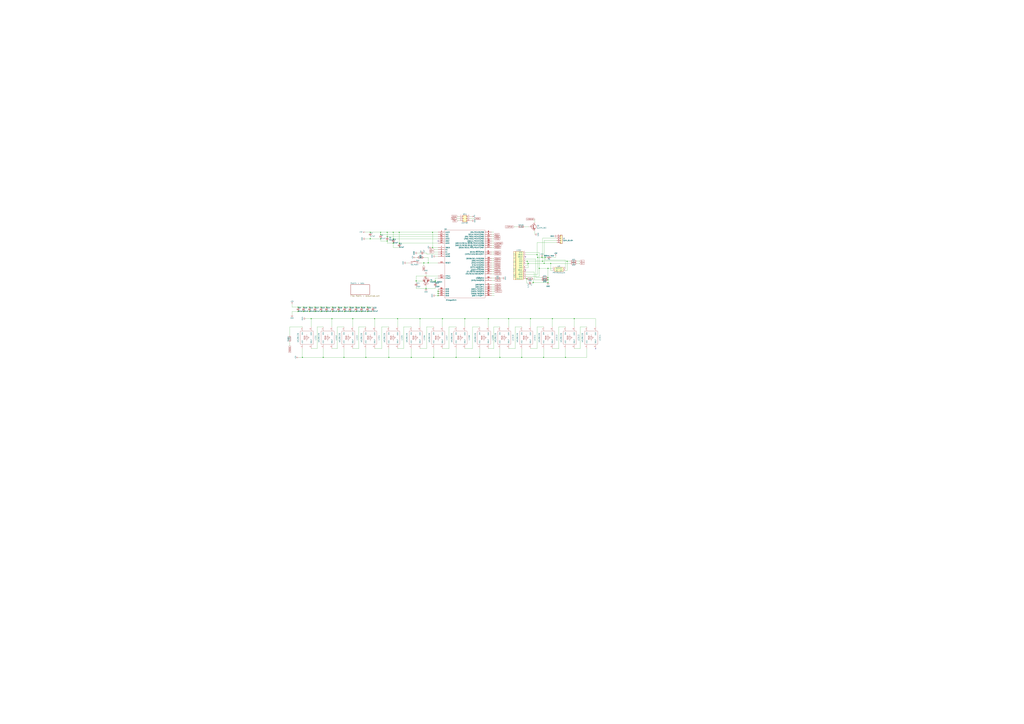
<source format=kicad_sch>
(kicad_sch (version 20230121) (generator eeschema)
  (paper "A0")
  (lib_symbols
    (symbol "Type-C:HRO-TYPE-C-31-M-12" (pin_names (offset 1.016))
      (property "Reference" "USB" (at -5.08 16.51 0))
      (property "Value" "HRO-TYPE-C-31-M-12" (at -10.16 -1.27 90))
      (symbol "HRO-TYPE-C-31-M-12_1_1"
        (pin input line (at 2.54 13.97 180) (length 2.54) (name "GND") (number "1"))
        (pin input line (at 2.54 -8.89 180) (length 2.54) (name "CC2") (number "10"))
        (pin input line (at 2.54 -11.43 180) (length 2.54) (name "VBUS") (number "11"))
        (pin input line (at 2.54 -13.97 180) (length 2.54) (name "GND") (number "12"))
        (pin input line (at 2.54 -16.51 180) (length 2.54) (name "SHIELD") (number "13"))
        (pin input line (at 2.54 11.43 180) (length 2.54) (name "VBUS") (number "2"))
        (pin input line (at 2.54 8.89 180) (length 2.54) (name "SBU2") (number "3"))
        (pin input line (at 2.54 6.35 180) (length 2.54) (name "CC1") (number "4"))
        (pin input line (at 2.54 3.81 180) (length 2.54) (name "DN2") (number "5"))
        (pin input line (at 2.54 1.27 180) (length 2.54) (name "DP1") (number "6"))
        (pin input line (at 2.54 -1.27 180) (length 2.54) (name "DN1") (number "7"))
        (pin input line (at 2.54 -3.81 180) (length 2.54) (name "DP2") (number "8"))
        (pin input line (at 2.54 -6.35 180) (length 2.54) (name "SBU1") (number "9"))
      )
    )
    (symbol "ai03-locallib:PRTR5V0U2X" (pin_names (offset 1.016))
      (property "Reference" "U" (at 0 3.81 0))
      (property "Value" "PRTR5V0U2X" (at 0 -3.81 0))
      (symbol "PRTR5V0U2X_1_1"
        (pin input line (at -7.62 1.27 0) (length 2.54) (name "GND") (number "1"))
        (pin input line (at -7.62 -1.27 0) (length 2.54) (name "IO1") (number "2"))
        (pin input line (at 7.62 -1.27 180) (length 2.54) (name "IO2") (number "3"))
        (pin input line (at 7.62 1.27 180) (length 2.54) (name "VCC") (number "4"))
      )
    )
    (symbol "cpm43-rescue:+5V-power" (power) (pin_names (offset 0))
      (property "Value" "+5V-power" (at 0 3.556 0))
      (symbol "+5V-power_1_1"
        (pin power_in line (at 0 0 90) (length 0) hide (name "+5V") (number "1"))
      )
    )
    (symbol "cpm43-rescue:ATmega32U4-atmel" (pin_names (offset 1.016))
      (property "Reference" "U" (at -22.86 43.18 0))
      (property "Value" "atmel:ATmega32U4" (at -16.51 -39.37 0))
      (symbol "ATmega32U4-atmel_1_1"
        (pin input line (at 30.48 -16.51 180) (length 7.62) (name "(INT6/AIN0)PE6") (number "1"))
        (pin input line (at 30.48 34.29 180) (length 7.62) (name "(PDI/MOSI/PCINT2)PB2") (number "10"))
        (pin input line (at 30.48 31.75 180) (length 7.62) (name "(PDO/MISO/PCINT3)PB3") (number "11"))
        (pin input line (at 30.48 21.59 180) (length 7.62) (name "(OC0A/OC1C/~{RTS}/PCINT7)PB7") (number "12"))
        (pin input line (at -31.75 3.81 0) (length 7.62) (name "RESET") (number "13"))
        (pin power_in line (at -31.75 36.83 0) (length 7.62) (name "VCC") (number "14"))
        (pin power_in line (at -31.75 -34.29 0) (length 7.62) (name "GND") (number "15"))
        (pin input line (at -31.75 -13.97 0) (length 7.62) (name "XTAL2") (number "16"))
        (pin input line (at -31.75 -11.43 0) (length 7.62) (name "XTAL1") (number "17"))
        (pin input line (at 30.48 8.89 180) (length 7.62) (name "(OC0B/SCL/INT0)PD0") (number "18"))
        (pin input line (at 30.48 6.35 180) (length 7.62) (name "(SDA/INT1)PD1") (number "19"))
        (pin input line (at -31.75 39.37 0) (length 7.62) (name "UVCC") (number "2"))
        (pin input line (at 30.48 3.81 180) (length 7.62) (name "(RXD/INT2)PD2") (number "20"))
        (pin input line (at 30.48 1.27 180) (length 7.62) (name "(TXD/INT3)PD3") (number "21"))
        (pin input line (at 30.48 -3.81 180) (length 7.62) (name "(XCK1/~{CTS})PD5") (number "22"))
        (pin power_in line (at -31.75 -31.75 0) (length 7.62) (name "GND") (number "23"))
        (pin power_in line (at -31.75 26.67 0) (length 7.62) (name "AVCC") (number "24"))
        (pin input line (at 30.48 -1.27 180) (length 7.62) (name "(ICP2/ADC8)PD4") (number "25"))
        (pin input line (at 30.48 -6.35 180) (length 7.62) (name "(T1/~{OC4D}/ADC9)PD6") (number "26"))
        (pin input line (at 30.48 -8.89 180) (length 7.62) (name "(T0/OC4D/ADC10)PD7") (number "27"))
        (pin input line (at 30.48 29.21 180) (length 7.62) (name "(ADC11/PCINT4)PB4") (number "28"))
        (pin input line (at 30.48 26.67 180) (length 7.62) (name "(ADC12/OC1A/~{OC4B}/PCINT12)PB5") (number "29"))
        (pin input line (at -31.75 16.51 0) (length 7.62) (name "D-") (number "3"))
        (pin input line (at 30.48 24.13 180) (length 7.62) (name "(ADC13/OC1B/OC4B/PCINT13)PB6") (number "30"))
        (pin input line (at 30.48 16.51 180) (length 7.62) (name "(OC3A/~{OC4A})PC6") (number "31"))
        (pin input line (at 30.48 13.97 180) (length 7.62) (name "(ICP3/CLK0/OC4A)PC7") (number "32"))
        (pin input line (at 30.48 -13.97 180) (length 7.62) (name "(~{HWB})PE2") (number "33"))
        (pin power_in line (at -31.75 34.29 0) (length 7.62) (name "VCC") (number "34"))
        (pin power_in line (at -31.75 -26.67 0) (length 7.62) (name "GND") (number "35"))
        (pin input line (at 30.48 -34.29 180) (length 7.62) (name "(ADC7/TDI)PF7") (number "36"))
        (pin input line (at 30.48 -31.75 180) (length 7.62) (name "(ADC6/TDO)PF6") (number "37"))
        (pin input line (at 30.48 -29.21 180) (length 7.62) (name "(ADC5/TMS)PF5") (number "38"))
        (pin input line (at 30.48 -26.67 180) (length 7.62) (name "(ADC4/TCK)PF4") (number "39"))
        (pin input line (at -31.75 19.05 0) (length 7.62) (name "D+") (number "4"))
        (pin input line (at 30.48 -24.13 180) (length 7.62) (name "(ADC1)PF1") (number "40"))
        (pin input line (at 30.48 -21.59 180) (length 7.62) (name "(ADC0)PF0") (number "41"))
        (pin input line (at -31.75 29.21 0) (length 7.62) (name "AREF") (number "42"))
        (pin power_in line (at -31.75 -29.21 0) (length 7.62) (name "GND") (number "43"))
        (pin power_in line (at -31.75 31.75 0) (length 7.62) (name "AVCC") (number "44"))
        (pin input line (at -31.75 11.43 0) (length 7.62) (name "UGND") (number "5"))
        (pin input line (at -31.75 13.97 0) (length 7.62) (name "UCAP") (number "6"))
        (pin input line (at -31.75 21.59 0) (length 7.62) (name "VBUS") (number "7"))
        (pin input line (at 30.48 39.37 180) (length 7.62) (name "(SS/PCINT0)PB0") (number "8"))
        (pin input line (at 30.48 36.83 180) (length 7.62) (name "(SCLK/PCINT1)PB1") (number "9"))
      )
    )
    (symbol "cpm43-rescue:C_Small-device" (pin_numbers hide) (pin_names (offset 0.254) hide)
      (property "Reference" "C" (at 0.254 1.778 0))
      (property "Value" "device:C_Small" (at 0.254 -2.032 0))
      (symbol "C_Small-device_1_1"
        (pin passive line (at 0 2.54 270) (length 2.032) (name "~") (number "1"))
        (pin passive line (at 0 -2.54 90) (length 2.032) (name "~") (number "2"))
      )
    )
    (symbol "cpm43-rescue:Conn_01x04-conn" (pin_names (offset 1.016) hide)
      (property "Reference" "J" (at 0 5.08 0))
      (property "Value" "conn:Conn_01x04" (at 0 -7.62 0))
      (symbol "Conn_01x04-conn_1_1"
        (pin passive line (at -5.08 2.54 0) (length 3.81) (name "Pin_1") (number "1"))
        (pin passive line (at -5.08 0 0) (length 3.81) (name "Pin_2") (number "2"))
        (pin passive line (at -5.08 -2.54 0) (length 3.81) (name "Pin_3") (number "3"))
        (pin passive line (at -5.08 -5.08 0) (length 3.81) (name "Pin_4") (number "4"))
      )
    )
    (symbol "cpm43-rescue:Conn_02x03_Odd_Even-conn" (pin_names (offset 1.016) hide)
      (property "Reference" "J" (at 1.27 5.08 0))
      (property "Value" "conn:Conn_02x03_Odd_Even" (at 1.27 -5.08 0))
      (symbol "Conn_02x03_Odd_Even-conn_1_1"
        (pin passive line (at -5.08 2.54 0) (length 3.81) (name "Pin_1") (number "1"))
        (pin passive line (at 7.62 2.54 180) (length 3.81) (name "Pin_2") (number "2"))
        (pin passive line (at -5.08 0 0) (length 3.81) (name "Pin_3") (number "3"))
        (pin passive line (at 7.62 0 180) (length 3.81) (name "Pin_4") (number "4"))
        (pin passive line (at -5.08 -2.54 0) (length 3.81) (name "Pin_5") (number "5"))
        (pin passive line (at 7.62 -2.54 180) (length 3.81) (name "Pin_6") (number "6"))
      )
    )
    (symbol "cpm43-rescue:Crystal_GND24-device" (pin_names (offset 1.016) hide)
      (property "Reference" "Y" (at 3.175 5.08 0))
      (property "Value" "device:Crystal_GND24" (at 3.175 3.175 0))
      (symbol "Crystal_GND24-device_1_1"
        (pin passive line (at -3.81 0 0) (length 1.27) (name "1") (number "1"))
        (pin passive line (at 0 5.08 270) (length 1.27) (name "2") (number "2"))
        (pin passive line (at 3.81 0 180) (length 1.27) (name "3") (number "3"))
        (pin passive line (at 0 -5.08 90) (length 1.27) (name "4") (number "4"))
      )
    )
    (symbol "cpm43-rescue:GND-power" (power) (pin_names (offset 0))
      (property "Value" "GND-power" (at 0 -3.81 0))
      (symbol "GND-power_1_1"
        (pin power_in line (at 0 0 270) (length 0) hide (name "GND") (number "1"))
      )
    )
    (symbol "cpm43-rescue:Polyfuse_Small-device" (pin_numbers hide) (pin_names (offset 0))
      (property "Reference" "F" (at -1.905 0 90))
      (property "Value" "device:Polyfuse_Small" (at 1.905 0 90))
      (symbol "Polyfuse_Small-device_1_1"
        (pin passive line (at 0 2.54 270) (length 0.635) (name "~") (number "1"))
        (pin passive line (at 0 -2.54 90) (length 0.635) (name "~") (number "2"))
      )
    )
    (symbol "cpm43-rescue:Q_NPN_BCE-device" (pin_names (offset 0) hide)
      (property "Reference" "Q" (at 5.08 1.27 0))
      (property "Value" "device:Q_NPN_BCE" (at 5.08 -1.27 0))
      (symbol "Q_NPN_BCE-device_1_1"
        (pin input line (at -5.08 0 0) (length 5.715) (name "B") (number "1"))
        (pin passive line (at 2.54 5.08 270) (length 2.54) (name "C") (number "2"))
        (pin passive line (at 2.54 -5.08 90) (length 2.54) (name "E") (number "3"))
      )
    )
    (symbol "cpm43-rescue:R-device" (pin_numbers hide) (pin_names (offset 0))
      (property "Reference" "R" (at 2.032 0 90))
      (property "Value" "device:R" (at 0 0 90))
      (symbol "R-device_1_1"
        (pin passive line (at 0 3.81 270) (length 1.27) (name "~") (number "1"))
        (pin passive line (at 0 -3.81 90) (length 1.27) (name "~") (number "2"))
      )
    )
    (symbol "cpm43-rescue:VCC-power" (power) (pin_names (offset 0))
      (property "Value" "VCC-power" (at 0 3.81 0))
      (symbol "VCC-power_1_1"
        (pin power_in line (at 0 0 90) (length 0) hide (name "VCC") (number "1"))
      )
    )
    (symbol "keyboard_parts:SW_PUSH" (pin_numbers hide) (pin_names (offset 1.016) hide)
      (property "Reference" "SW" (at 3.81 2.794 0))
      (property "Value" "SW_PUSH" (at 0 -2.032 0))
      (symbol "SW_PUSH_0_1"
        (pin passive inverted (at -7.62 0 0) (length 5.08) (name "1") (number "1"))
        (pin passive inverted (at 7.62 0 180) (length 5.08) (name "2") (number "2"))
      )
    )
    (symbol "ws2812b:WS2812B" (pin_names (offset 1.016))
      (property "Reference" "LED" (at 0 -10.16 0))
      (property "Value" "WS2812B" (at 0 10.16 0))
      (symbol "WS2812B_0_0"
        (text "RGB" (at 0 2.54 0) (effects (font (size 1.524 1.524))))
      )
      (symbol "WS2812B_1_1"
        (pin power_in line (at -12.7 5.08 0) (length 5.0038) (name "VCC") (number "1"))
        (pin output line (at -12.7 -5.08 0) (length 5.0038) (name "DOUT") (number "2"))
        (pin power_in line (at 12.7 -5.08 180) (length 5.0038) (name "GND") (number "3"))
        (pin input line (at 12.7 5.08 180) (length 5.0038) (name "DIN") (number "4"))
      )
    )
  )
  (junction (at 611.505 323.85))
  (junction (at 386.08 356.87))
  (junction (at 502.285 287.655))
  (junction (at 456.565 269.875))
  (junction (at 372.745 356.87))
  (junction (at 441.96 272.415))
  (junction (at 346.075 356.87))
  (junction (at 451.485 415.29))
  (junction (at 361.315 370.205))
  (junction (at 605.79 415.29))
  (junction (at 629.92 303.53))
  (junction (at 494.665 335.28))
  (junction (at 372.745 361.95))
  (junction (at 615.95 370.205))
  (junction (at 658.495 303.53))
  (junction (at 365.76 356.87))
  (junction (at 449.58 274.955))
  (junction (at 631.825 306.07))
  (junction (at 419.735 356.87))
  (junction (at 639.445 306.07))
  (junction (at 636.27 325.12))
  (junction (at 619.125 328.295))
  (junction (at 505.46 326.39))
  (junction (at 567.055 370.205))
  (junction (at 409.575 370.205))
  (junction (at 406.4 356.87))
  (junction (at 352.425 361.95))
  (junction (at 400.05 356.87))
  (junction (at 419.735 361.95))
  (junction (at 502.285 269.875))
  (junction (at 441.96 269.875))
  (junction (at 424.815 415.29))
  (junction (at 359.41 361.95))
  (junction (at 580.39 415.29))
  (junction (at 365.76 361.95))
  (junction (at 400.05 361.95))
  (junction (at 385.445 370.205))
  (junction (at 413.385 361.95))
  (junction (at 346.075 361.95))
  (junction (at 636.27 328.295))
  (junction (at 613.41 306.07))
  (junction (at 529.59 415.29))
  (junction (at 426.72 356.87))
  (junction (at 429.895 277.495))
  (junction (at 656.59 415.29))
  (junction (at 406.4 361.95))
  (junction (at 461.645 370.205))
  (junction (at 641.35 370.205))
  (junction (at 633.095 299.085))
  (junction (at 487.68 370.205))
  (junction (at 508.635 338.455))
  (junction (at 492.125 305.435))
  (junction (at 636.27 311.785))
  (junction (at 393.065 361.95))
  (junction (at 351.155 415.29))
  (junction (at 456.565 282.575))
  (junction (at 513.715 370.205))
  (junction (at 590.55 370.205))
  (junction (at 612.14 303.53))
  (junction (at 477.52 415.29))
  (junction (at 631.19 415.29))
  (junction (at 426.72 361.95))
  (junction (at 463.55 269.875))
  (junction (at 483.235 326.39))
  (junction (at 556.895 415.29))
  (junction (at 539.75 370.205))
  (junction (at 429.895 269.875))
  (junction (at 629.285 299.085))
  (junction (at 508.635 343.535))
  (junction (at 497.205 305.435))
  (junction (at 434.975 370.205))
  (junction (at 449.58 280.035))
  (junction (at 626.11 311.785))
  (junction (at 352.425 356.87))
  (junction (at 393.065 356.87))
  (junction (at 503.555 415.29))
  (junction (at 624.205 299.085))
  (junction (at 379.095 361.95))
  (junction (at 508.635 340.995))
  (junction (at 666.75 370.205))
  (junction (at 379.095 356.87))
  (junction (at 359.41 356.87))
  (junction (at 375.285 415.29))
  (junction (at 413.385 356.87))
  (junction (at 449.58 269.875))
  (junction (at 636.27 322.58))
  (junction (at 399.415 415.29))
  (junction (at 463.55 282.575))
  (junction (at 386.08 361.95))
  (junction (at 441.96 277.495))
  (junction (at 456.565 277.495))
  (junction (at 623.57 295.91))
  (no_connect (at 610.235 313.69))
  (no_connect (at 610.235 298.45))
  (no_connect (at 691.515 405.13))
  (no_connect (at 508.635 280.035))
  (wire (pts (xy 626.11 293.37) (xy 626.11 311.785)))
  (wire (pts (xy 429.895 277.495) (xy 429.895 274.955)))
  (wire (pts (xy 615.95 370.205) (xy 641.35 370.205)))
  (wire (pts (xy 547.37 256.54) (xy 546.1 256.54)))
  (wire (pts (xy 359.41 361.95) (xy 365.76 361.95)))
  (wire (pts (xy 613.41 306.07) (xy 631.825 306.07)))
  (wire (pts (xy 641.35 311.785) (xy 636.27 311.785)))
  (wire (pts (xy 570.865 272.415) (xy 573.405 272.415)))
  (wire (pts (xy 494.665 335.28) (xy 505.46 335.28)))
  (wire (pts (xy 487.68 294.005) (xy 484.505 294.005)))
  (wire (pts (xy 624.205 295.91) (xy 624.205 299.085)))
  (wire (pts (xy 610.235 318.77) (xy 624.205 318.77)))
  (wire (pts (xy 372.745 361.95) (xy 379.095 361.95)))
  (wire (pts (xy 505.46 326.39) (xy 505.46 328.295)))
  (wire (pts (xy 624.205 295.91) (xy 623.57 295.91)))
  (wire (pts (xy 434.975 379.73) (xy 434.975 370.205)))
  (wire (pts (xy 346.075 361.95) (xy 352.425 361.95)))
  (wire (pts (xy 570.865 269.875) (xy 573.405 269.875)))
  (wire (pts (xy 531.495 256.54) (xy 533.4 256.54)))
  (wire (pts (xy 424.815 415.29) (xy 451.485 415.29)))
  (wire (pts (xy 368.3 405.13) (xy 368.3 379.73)))
  (wire (pts (xy 508.635 323.215) (xy 505.46 323.215)))
  (wire (pts (xy 487.68 370.205) (xy 513.715 370.205)))
  (wire (pts (xy 443.23 379.73) (xy 443.23 405.13)))
  (wire (pts (xy 598.17 405.13) (xy 598.17 379.73)))
  (wire (pts (xy 573.405 379.73) (xy 580.39 379.73)))
  (wire (pts (xy 639.445 306.07) (xy 662.305 306.07)))
  (wire (pts (xy 570.865 274.955) (xy 573.405 274.955)))
  (wire (pts (xy 570.865 300.355) (xy 573.405 300.355)))
  (wire (pts (xy 406.4 361.95) (xy 413.385 361.95)))
  (wire (pts (xy 570.865 333.375) (xy 574.04 333.375)))
  (wire (pts (xy 636.27 311.785) (xy 626.11 311.785)))
  (wire (pts (xy 409.575 370.205) (xy 434.975 370.205)))
  (wire (pts (xy 495.3 379.73) (xy 503.555 379.73)))
  (wire (pts (xy 487.68 379.73) (xy 487.68 370.205)))
  (wire (pts (xy 441.96 277.495) (xy 429.895 277.495)))
  (wire (pts (xy 631.825 306.07) (xy 639.445 306.07)))
  (wire (pts (xy 656.59 314.325) (xy 658.495 314.325)))
  (wire (pts (xy 463.55 282.575) (xy 463.55 269.875)))
  (wire (pts (xy 419.735 361.95) (xy 426.72 361.95)))
  (wire (pts (xy 497.205 299.085) (xy 497.205 305.435)))
  (wire (pts (xy 477.52 415.29) (xy 503.555 415.29)))
  (wire (pts (xy 424.815 405.13) (xy 424.815 415.29)))
  (wire (pts (xy 570.865 292.735) (xy 573.405 292.735)))
  (wire (pts (xy 656.59 405.13) (xy 656.59 415.29)))
  (wire (pts (xy 613.41 311.15) (xy 613.41 306.07)))
  (wire (pts (xy 449.58 282.575) (xy 449.58 280.035)))
  (wire (pts (xy 399.415 405.13) (xy 399.415 415.29)))
  (wire (pts (xy 502.285 269.875) (xy 502.285 287.655)))
  (wire (pts (xy 530.225 254) (xy 533.4 254)))
  (wire (pts (xy 641.35 405.13) (xy 648.97 405.13)))
  (wire (pts (xy 529.59 415.29) (xy 556.895 415.29)))
  (wire (pts (xy 656.59 415.29) (xy 681.355 415.29)))
  (wire (pts (xy 605.79 415.29) (xy 631.19 415.29)))
  (wire (pts (xy 570.865 340.995) (xy 574.04 340.995)))
  (wire (pts (xy 629.92 276.86) (xy 629.92 303.53)))
  (wire (pts (xy 570.865 287.655) (xy 573.405 287.655)))
  (wire (pts (xy 508.635 297.815) (xy 505.46 297.815)))
  (wire (pts (xy 456.565 287.655) (xy 456.565 282.575)))
  (wire (pts (xy 548.64 379.73) (xy 556.895 379.73)))
  (wire (pts (xy 556.895 415.29) (xy 580.39 415.29)))
  (wire (pts (xy 468.63 379.73) (xy 477.52 379.73)))
  (wire (pts (xy 648.97 405.13) (xy 648.97 379.73)))
  (wire (pts (xy 620.395 316.23) (xy 620.395 325.12)))
  (wire (pts (xy 570.865 285.115) (xy 573.405 285.115)))
  (wire (pts (xy 626.11 311.785) (xy 626.11 321.31)))
  (wire (pts (xy 570.865 335.915) (xy 574.04 335.915)))
  (wire (pts (xy 483.235 326.39) (xy 483.235 328.295)))
  (wire (pts (xy 508.635 277.495) (xy 456.565 277.495)))
  (wire (pts (xy 621.03 268.605) (xy 621.03 272.415)))
  (wire (pts (xy 416.56 405.13) (xy 416.56 379.73)))
  (wire (pts (xy 621.03 258.445) (xy 621.03 254.635)))
  (wire (pts (xy 443.23 379.73) (xy 451.485 379.73)))
  (wire (pts (xy 656.59 302.26) (xy 633.095 302.26)))
  (wire (pts (xy 477.52 405.13) (xy 477.52 415.29)))
  (wire (pts (xy 463.55 287.655) (xy 456.565 287.655)))
  (wire (pts (xy 570.865 280.035) (xy 573.405 280.035)))
  (wire (pts (xy 508.635 272.415) (xy 441.96 272.415)))
  (wire (pts (xy 666.75 379.73) (xy 666.75 370.205)))
  (wire (pts (xy 400.05 361.95) (xy 406.4 361.95)))
  (wire (pts (xy 570.865 323.215) (xy 574.04 323.215)))
  (wire (pts (xy 416.56 379.73) (xy 424.815 379.73)))
  (wire (pts (xy 508.635 335.915) (xy 508.635 338.455)))
  (wire (pts (xy 346.71 415.29) (xy 351.155 415.29)))
  (wire (pts (xy 669.925 306.07) (xy 673.1 306.07)))
  (wire (pts (xy 548.64 405.13) (xy 548.64 379.73)))
  (wire (pts (xy 484.505 299.085) (xy 482.6 299.085)))
  (wire (pts (xy 365.76 361.95) (xy 372.745 361.95)))
  (wire (pts (xy 570.865 330.835) (xy 574.04 330.835)))
  (wire (pts (xy 413.385 361.95) (xy 419.735 361.95)))
  (wire (pts (xy 624.205 299.085) (xy 629.285 299.085)))
  (wire (pts (xy 570.865 302.895) (xy 573.405 302.895)))
  (wire (pts (xy 590.55 379.73) (xy 590.55 370.205)))
  (wire (pts (xy 495.3 405.13) (xy 495.3 379.73)))
  (wire (pts (xy 646.43 276.86) (xy 629.92 276.86)))
  (wire (pts (xy 636.27 322.58) (xy 636.27 311.785)))
  (wire (pts (xy 508.635 338.455) (xy 508.635 340.995)))
  (wire (pts (xy 508.635 343.535) (xy 505.46 343.535)))
  (wire (pts (xy 483.235 335.28) (xy 494.665 335.28)))
  (wire (pts (xy 570.865 315.595) (xy 573.405 315.595)))
  (wire (pts (xy 351.155 415.29) (xy 375.285 415.29)))
  (wire (pts (xy 449.58 280.035) (xy 441.96 280.035)))
  (wire (pts (xy 503.555 415.29) (xy 529.59 415.29)))
  (wire (pts (xy 590.55 405.13) (xy 598.17 405.13)))
  (wire (pts (xy 619.125 323.85) (xy 619.125 328.295)))
  (wire (pts (xy 631.825 279.4) (xy 631.825 306.07)))
  (wire (pts (xy 502.285 269.875) (xy 463.55 269.875)))
  (wire (pts (xy 351.155 405.13) (xy 351.155 415.29)))
  (wire (pts (xy 508.635 320.675) (xy 483.235 320.675)))
  (wire (pts (xy 505.46 335.28) (xy 505.46 333.375)))
  (wire (pts (xy 641.35 379.73) (xy 641.35 370.205)))
  (wire (pts (xy 386.08 361.95) (xy 393.065 361.95)))
  (wire (pts (xy 339.09 356.87) (xy 346.075 356.87)))
  (wire (pts (xy 666.75 405.13) (xy 673.735 405.13)))
  (wire (pts (xy 547.37 251.46) (xy 546.1 251.46)))
  (wire (pts (xy 361.315 405.13) (xy 368.3 405.13)))
  (wire (pts (xy 629.285 299.085) (xy 633.095 299.085)))
  (wire (pts (xy 495.3 294.005) (xy 492.76 294.005)))
  (wire (pts (xy 556.895 405.13) (xy 556.895 415.29)))
  (wire (pts (xy 483.235 333.375) (xy 483.235 335.28)))
  (wire (pts (xy 359.41 356.87) (xy 365.76 356.87)))
  (wire (pts (xy 529.59 405.13) (xy 529.59 415.29)))
  (wire (pts (xy 619.125 328.93) (xy 617.855 328.93)))
  (wire (pts (xy 612.775 328.93) (xy 611.505 328.93)))
  (wire (pts (xy 612.14 303.53) (xy 629.92 303.53)))
  (wire (pts (xy 631.19 415.29) (xy 656.59 415.29)))
  (wire (pts (xy 539.75 405.13) (xy 548.64 405.13)))
  (wire (pts (xy 539.75 370.205) (xy 567.055 370.205)))
  (wire (pts (xy 409.575 379.73) (xy 409.575 370.205)))
  (wire (pts (xy 351.155 379.73) (xy 336.55 379.73)))
  (wire (pts (xy 385.445 405.13) (xy 391.795 405.13)))
  (wire (pts (xy 488.95 305.435) (xy 492.125 305.435)))
  (wire (pts (xy 456.565 282.575) (xy 449.58 282.575)))
  (wire (pts (xy 492.125 305.435) (xy 497.205 305.435)))
  (wire (pts (xy 641.35 314.325) (xy 639.445 314.325)))
  (wire (pts (xy 658.495 314.325) (xy 658.495 303.53)))
  (wire (pts (xy 336.55 379.73) (xy 336.55 389.89)))
  (wire (pts (xy 623.57 379.73) (xy 631.19 379.73)))
  (wire (pts (xy 636.27 325.12) (xy 636.27 328.295)))
  (wire (pts (xy 346.075 356.87) (xy 352.425 356.87)))
  (wire (pts (xy 612.14 308.61) (xy 612.14 303.53)))
  (wire (pts (xy 622.3 322.58) (xy 622.3 300.99)))
  (wire (pts (xy 521.335 405.13) (xy 521.335 379.73)))
  (wire (pts (xy 393.065 356.87) (xy 400.05 356.87)))
  (wire (pts (xy 623.57 281.94) (xy 646.43 281.94)))
  (wire (pts (xy 441.96 269.875) (xy 441.96 272.415)))
  (wire (pts (xy 375.285 415.29) (xy 399.415 415.29)))
  (wire (pts (xy 508.635 295.275) (xy 495.3 295.275)))
  (wire (pts (xy 441.96 280.035) (xy 441.96 277.495)))
  (wire (pts (xy 615.95 405.13) (xy 623.57 405.13)))
  (wire (pts (xy 633.095 302.26) (xy 633.095 299.085)))
  (wire (pts (xy 681.355 405.13) (xy 681.355 415.29)))
  (wire (pts (xy 385.445 379.73) (xy 385.445 370.205)))
  (wire (pts (xy 379.095 356.87) (xy 386.08 356.87)))
  (wire (pts (xy 673.735 405.13) (xy 673.735 379.73)))
  (wire (pts (xy 508.635 282.575) (xy 463.55 282.575)))
  (wire (pts (xy 413.385 356.87) (xy 419.735 356.87)))
  (wire (pts (xy 368.3 379.73) (xy 375.285 379.73)))
  (wire (pts (xy 531.495 251.46) (xy 533.4 251.46)))
  (wire (pts (xy 468.63 405.13) (xy 468.63 379.73)))
  (wire (pts (xy 513.715 370.205) (xy 539.75 370.205)))
  (wire (pts (xy 570.865 310.515) (xy 573.405 310.515)))
  (wire (pts (xy 492.125 299.085) (xy 497.205 299.085)))
  (wire (pts (xy 372.745 356.87) (xy 379.095 356.87)))
  (wire (pts (xy 451.485 415.29) (xy 477.52 415.29)))
  (wire (pts (xy 451.485 405.13) (xy 451.485 415.29)))
  (wire (pts (xy 379.095 361.95) (xy 386.08 361.95)))
  (wire (pts (xy 610.235 293.37) (xy 626.11 293.37)))
  (wire (pts (xy 406.4 356.87) (xy 413.385 356.87)))
  (wire (pts (xy 673.735 379.73) (xy 681.355 379.73)))
  (wire (pts (xy 605.79 405.13) (xy 605.79 415.29)))
  (wire (pts (xy 449.58 269.875) (xy 441.96 269.875)))
  (wire (pts (xy 629.92 303.53) (xy 658.495 303.53)))
  (wire (pts (xy 361.315 370.205) (xy 385.445 370.205)))
  (wire (pts (xy 626.11 321.31) (xy 610.235 321.31)))
  (wire (pts (xy 504.19 292.735) (xy 508.635 292.735)))
  (wire (pts (xy 391.795 379.73) (xy 399.415 379.73)))
  (wire (pts (xy 611.505 323.85) (xy 610.235 323.85)))
  (wire (pts (xy 691.515 379.73) (xy 691.515 370.205)))
  (wire (pts (xy 580.39 405.13) (xy 580.39 415.29)))
  (wire (pts (xy 492.125 305.435) (xy 492.125 308.61)))
  (wire (pts (xy 570.865 343.535) (xy 574.04 343.535)))
  (wire (pts (xy 581.66 323.215) (xy 582.93 323.215)))
  (wire (pts (xy 658.495 303.53) (xy 662.305 303.53)))
  (wire (pts (xy 610.235 308.61) (xy 612.14 308.61)))
  (wire (pts (xy 570.865 295.275) (xy 573.405 295.275)))
  (wire (pts (xy 619.125 328.295) (xy 619.125 328.93)))
  (wire (pts (xy 495.3 295.275) (xy 495.3 294.005)))
  (wire (pts (xy 610.235 306.07) (xy 613.41 306.07)))
  (wire (pts (xy 494.665 321.31) (xy 494.665 318.77)))
  (wire (pts (xy 570.865 307.975) (xy 573.405 307.975)))
  (wire (pts (xy 473.71 305.435) (xy 471.805 305.435)))
  (wire (pts (xy 429.895 277.495) (xy 424.18 277.495)))
  (wire (pts (xy 610.235 311.15) (xy 613.41 311.15)))
  (wire (pts (xy 623.57 295.91) (xy 623.57 281.94)))
  (wire (pts (xy 461.645 379.73) (xy 461.645 370.205)))
  (wire (pts (xy 508.635 340.995) (xy 508.635 343.535)))
  (wire (pts (xy 449.58 274.955) (xy 449.58 269.875)))
  (wire (pts (xy 619.125 328.295) (xy 636.27 328.295)))
  (wire (pts (xy 666.75 370.205) (xy 691.515 370.205)))
  (wire (pts (xy 645.16 299.085) (xy 645.16 297.815)))
  (wire (pts (xy 352.425 361.95) (xy 359.41 361.95)))
  (wire (pts (xy 646.43 279.4) (xy 631.825 279.4)))
  (wire (pts (xy 636.27 322.58) (xy 636.27 325.12)))
  (wire (pts (xy 508.635 274.955) (xy 449.58 274.955)))
  (wire (pts (xy 631.19 405.13) (xy 631.19 415.29)))
  (wire (pts (xy 494.665 335.28) (xy 494.665 331.47)))
  (wire (pts (xy 628.65 322.58) (xy 622.3 322.58)))
  (wire (pts (xy 570.865 325.755) (xy 574.04 325.755)))
  (wire (pts (xy 391.795 405.13) (xy 391.795 379.73)))
  (wire (pts (xy 426.72 361.95) (xy 433.07 361.95)))
  (wire (pts (xy 502.285 287.655) (xy 501.015 287.655)))
  (wire (pts (xy 570.865 282.575) (xy 573.405 282.575)))
  (wire (pts (xy 567.055 370.205) (xy 590.55 370.205)))
  (wire (pts (xy 623.57 295.91) (xy 610.235 295.91)))
  (wire (pts (xy 639.445 314.325) (xy 639.445 306.07)))
  (wire (pts (xy 613.41 263.525) (xy 608.965 263.525)))
  (wire (pts (xy 487.68 405.13) (xy 495.3 405.13)))
  (wire (pts (xy 633.095 299.085) (xy 635 299.085)))
  (wire (pts (xy 456.565 269.875) (xy 449.58 269.875)))
  (wire (pts (xy 502.285 269.875) (xy 508.635 269.875)))
  (wire (pts (xy 598.17 379.73) (xy 605.79 379.73)))
  (wire (pts (xy 641.35 370.205) (xy 666.75 370.205)))
  (wire (pts (xy 615.95 379.73) (xy 615.95 370.205)))
  (wire (pts (xy 570.865 305.435) (xy 573.405 305.435)))
  (wire (pts (xy 429.895 269.875) (xy 424.18 269.875)))
  (wire (pts (xy 483.235 326.39) (xy 490.855 326.39)))
  (wire (pts (xy 656.59 311.785) (xy 656.59 302.26)))
  (wire (pts (xy 624.205 299.085) (xy 624.205 318.77)))
  (wire (pts (xy 461.645 370.205) (xy 487.68 370.205)))
  (wire (pts (xy 483.235 320.675) (xy 483.235 326.39)))
  (wire (pts (xy 463.55 269.875) (xy 456.565 269.875)))
  (wire (pts (xy 361.315 379.73) (xy 361.315 370.205)))
  (wire (pts (xy 426.72 356.87) (xy 433.07 356.87)))
  (wire (pts (xy 648.97 379.73) (xy 656.59 379.73)))
  (wire (pts (xy 399.415 415.29) (xy 424.815 415.29)))
  (wire (pts (xy 550.545 254) (xy 546.1 254)))
  (wire (pts (xy 580.39 415.29) (xy 605.79 415.29)))
  (wire (pts (xy 352.425 356.87) (xy 359.41 356.87)))
  (wire (pts (xy 336.55 397.51) (xy 336.55 401.32)))
  (wire (pts (xy 640.08 299.085) (xy 645.16 299.085)))
  (wire (pts (xy 623.57 405.13) (xy 623.57 379.73)))
  (wire (pts (xy 539.75 379.73) (xy 539.75 370.205)))
  (wire (pts (xy 385.445 370.205) (xy 409.575 370.205)))
  (wire (pts (xy 393.065 361.95) (xy 400.05 361.95)))
  (wire (pts (xy 505.46 323.215) (xy 505.46 326.39)))
  (wire (pts (xy 508.635 290.195) (xy 504.19 290.195)))
  (wire (pts (xy 570.865 313.055) (xy 573.405 313.055)))
  (wire (pts (xy 498.475 326.39) (xy 505.46 326.39)))
  (wire (pts (xy 508.635 287.655) (xy 502.285 287.655)))
  (wire (pts (xy 513.715 379.73) (xy 513.715 370.205)))
  (wire (pts (xy 521.335 379.73) (xy 529.59 379.73)))
  (wire (pts (xy 610.235 316.23) (xy 620.395 316.23)))
  (wire (pts (xy 611.505 328.93) (xy 611.505 323.85)))
  (wire (pts (xy 386.08 356.87) (xy 393.065 356.87)))
  (wire (pts (xy 461.645 405.13) (xy 468.63 405.13)))
  (wire (pts (xy 570.865 338.455) (xy 574.04 338.455)))
  (wire (pts (xy 590.55 370.205) (xy 615.95 370.205)))
  (wire (pts (xy 567.055 405.13) (xy 573.405 405.13)))
  (wire (pts (xy 441.96 269.875) (xy 429.895 269.875)))
  (wire (pts (xy 601.345 263.525) (xy 596.9 263.525)))
  (wire (pts (xy 434.975 370.205) (xy 461.645 370.205)))
  (wire (pts (xy 443.23 405.13) (xy 434.975 405.13)))
  (wire (pts (xy 339.09 356.87) (xy 339.09 353.695)))
  (wire (pts (xy 570.865 318.135) (xy 573.405 318.135)))
  (wire (pts (xy 354.965 370.205) (xy 361.315 370.205)))
  (wire (pts (xy 375.285 405.13) (xy 375.285 415.29)))
  (wire (pts (xy 570.865 277.495) (xy 573.405 277.495)))
  (wire (pts (xy 339.09 361.95) (xy 346.075 361.95)))
  (wire (pts (xy 610.235 300.99) (xy 622.3 300.99)))
  (wire (pts (xy 573.405 405.13) (xy 573.405 379.73)))
  (wire (pts (xy 365.76 356.87) (xy 372.745 356.87)))
  (wire (pts (xy 339.09 361.95) (xy 339.09 365.76)))
  (wire (pts (xy 400.05 356.87) (xy 406.4 356.87)))
  (wire (pts (xy 456.565 277.495) (xy 456.565 269.875)))
  (wire (pts (xy 497.205 305.435) (xy 508.635 305.435)))
  (wire (pts (xy 503.555 405.13) (xy 503.555 415.29)))
  (wire (pts (xy 669.925 303.53) (xy 673.1 303.53)))
  (wire (pts (xy 409.575 405.13) (xy 416.56 405.13)))
  (wire (pts (xy 419.735 356.87) (xy 426.72 356.87)))
  (wire (pts (xy 567.055 379.73) (xy 567.055 370.205)))
  (wire (pts (xy 620.395 325.12) (xy 628.65 325.12)))
  (wire (pts (xy 610.235 303.53) (xy 612.14 303.53)))
  (wire (pts (xy 513.715 405.13) (xy 521.335 405.13)))
  (global_label "MISO" (shape input) (at 573.405 277.495 0) (effects (font (size 1.2954 1.2954))) (property "Intersheetrefs" "${INTERSHEET_REFS}" (effects hide)))
  (global_label "COL3" (shape input) (at 574.04 325.755 0) (effects (font (size 1.2954 1.2954))) (property "Intersheetrefs" "${INTERSHEET_REFS}" (effects hide)))
  (global_label "ROW3" (shape input) (at 573.405 300.355 0) (effects (font (size 1.2954 1.2954))) (property "Intersheetrefs" "${INTERSHEET_REFS}" (effects hide)))
  (global_label "COL2" (shape input) (at 574.04 335.915 0) (effects (font (size 1.2954 1.2954))) (property "Intersheetrefs" "${INTERSHEET_REFS}" (effects hide)))
  (global_label "COL5" (shape input) (at 573.405 305.435 0) (effects (font (size 1.2954 1.2954))) (property "Intersheetrefs" "${INTERSHEET_REFS}" (effects hide)))
  (global_label "D-" (shape input) (at 504.19 292.735 180) (effects (font (size 1.2954 1.2954))) (property "Intersheetrefs" "${INTERSHEET_REFS}" (effects hide)))
  (global_label "LEDPWM" (shape input) (at 596.9 263.525 180) (effects (font (size 1.2954 1.2954))) (property "Intersheetrefs" "${INTERSHEET_REFS}" (effects hide)))
  (global_label "ROW2" (shape input) (at 573.405 295.275 0) (effects (font (size 1.2954 1.2954))) (property "Intersheetrefs" "${INTERSHEET_REFS}" (effects hide)))
  (global_label "D+" (shape input) (at 673.1 306.07 0) (effects (font (size 1.2954 1.2954))) (property "Intersheetrefs" "${INTERSHEET_REFS}" (effects hide)))
  (global_label "D+" (shape input) (at 504.19 290.195 180) (effects (font (size 1.2954 1.2954))) (property "Intersheetrefs" "${INTERSHEET_REFS}" (effects hide)))
  (global_label "MOSI" (shape input) (at 550.545 254 0) (effects (font (size 1.2954 1.2954))) (property "Intersheetrefs" "${INTERSHEET_REFS}" (effects hide)))
  (global_label "MOSI" (shape input) (at 573.405 274.955 0) (effects (font (size 1.2954 1.2954))) (property "Intersheetrefs" "${INTERSHEET_REFS}" (effects hide)))
  (global_label "LEDPWM" (shape input) (at 573.405 282.575 0) (effects (font (size 1.2954 1.2954))) (property "Intersheetrefs" "${INTERSHEET_REFS}" (effects hide)))
  (global_label "COL11" (shape input) (at 574.04 338.455 0) (effects (font (size 1.2954 1.2954))) (property "Intersheetrefs" "${INTERSHEET_REFS}" (effects hide)))
  (global_label "SCK" (shape input) (at 530.225 254 180) (effects (font (size 1.2954 1.2954))) (property "Intersheetrefs" "${INTERSHEET_REFS}" (effects hide)))
  (global_label "COL6" (shape input) (at 573.405 307.975 0) (effects (font (size 1.2954 1.2954))) (property "Intersheetrefs" "${INTERSHEET_REFS}" (effects hide)))
  (global_label "ROW1" (shape input) (at 573.405 292.735 0) (effects (font (size 1.2954 1.2954))) (property "Intersheetrefs" "${INTERSHEET_REFS}" (effects hide)))
  (global_label "RST" (shape input) (at 492.125 308.61 270) (effects (font (size 1.2954 1.2954))) (property "Intersheetrefs" "${INTERSHEET_REFS}" (effects hide)))
  (global_label "COL1" (shape input) (at 574.04 333.375 0) (effects (font (size 1.2954 1.2954))) (property "Intersheetrefs" "${INTERSHEET_REFS}" (effects hide)))
  (global_label "COL7" (shape input) (at 573.405 313.055 0) (effects (font (size 1.2954 1.2954))) (property "Intersheetrefs" "${INTERSHEET_REFS}" (effects hide)))
  (global_label "COL4" (shape input) (at 573.405 302.895 0) (effects (font (size 1.2954 1.2954))) (property "Intersheetrefs" "${INTERSHEET_REFS}" (effects hide)))
  (global_label "COL0" (shape input) (at 574.04 330.835 0) (effects (font (size 1.2954 1.2954))) (property "Intersheetrefs" "${INTERSHEET_REFS}" (effects hide)))
  (global_label "ROW0" (shape input) (at 573.405 287.655 0) (effects (font (size 1.2954 1.2954))) (property "Intersheetrefs" "${INTERSHEET_REFS}" (effects hide)))
  (global_label "RGBIN" (shape input) (at 336.55 401.32 270) (effects (font (size 1.2954 1.2954))) (property "Intersheetrefs" "${INTERSHEET_REFS}" (effects hide)))
  (global_label "RST" (shape input) (at 531.495 256.54 180) (effects (font (size 1.2954 1.2954))) (property "Intersheetrefs" "${INTERSHEET_REFS}" (effects hide)))
  (global_label "COL10" (shape input) (at 573.405 318.135 0) (effects (font (size 1.2954 1.2954))) (property "Intersheetrefs" "${INTERSHEET_REFS}" (effects hide)))
  (global_label "D-" (shape input) (at 673.1 303.53 0) (effects (font (size 1.2954 1.2954))) (property "Intersheetrefs" "${INTERSHEET_REFS}" (effects hide)))
  (global_label "COL9" (shape input) (at 573.405 315.595 0) (effects (font (size 1.2954 1.2954))) (property "Intersheetrefs" "${INTERSHEET_REFS}" (effects hide)))
  (global_label "COL8" (shape input) (at 573.405 310.515 0) (effects (font (size 1.2954 1.2954))) (property "Intersheetrefs" "${INTERSHEET_REFS}" (effects hide)))
  (global_label "RGBIN" (shape input) (at 573.405 285.115 0) (effects (font (size 1.2954 1.2954))) (property "Intersheetrefs" "${INTERSHEET_REFS}" (effects hide)))
  (global_label "SCK" (shape input) (at 573.405 272.415 0) (effects (font (size 1.2954 1.2954))) (property "Intersheetrefs" "${INTERSHEET_REFS}" (effects hide)))
  (global_label "LEDGND" (shape input) (at 621.03 254.635 180) (effects (font (size 1.2954 1.2954))) (property "Intersheetrefs" "${INTERSHEET_REFS}" (effects hide)))
  (global_label "MISO" (shape input) (at 531.495 251.46 180) (effects (font (size 1.2954 1.2954))) (property "Intersheetrefs" "${INTERSHEET_REFS}" (effects hide)))
  (symbol (lib_id "cpm43-rescue:C_Small-device") (at 483.235 330.835 0) (unit 1)
    (property "Reference" "XC1" (at 483.489 329.057 0) (effects (justify left)))
    (property "Value" "22pF" (at 483.489 332.867 0) (effects (justify left)))
    (property "Footprint" "Capacitors_SMD:C_0805_HandSoldering" (effects hide))
  )
  (symbol (lib_id "cpm43-rescue:C_Small-device") (at 505.46 330.835 0) (unit 1)
    (property "Reference" "XC2" (at 505.714 329.057 0) (effects (justify left)))
    (property "Value" "22pF" (at 505.714 332.867 0) (effects (justify left)))
    (property "Footprint" "Capacitors_SMD:C_0805_HandSoldering" (effects hide))
  )
  (symbol (lib_id "cpm43-rescue:GND-power") (at 494.665 335.28 0) (unit 1)
    (property "Reference" "#PWR01" (effects hide))
    (property "Value" "GND" (at 494.665 339.09 0))
  )
  (symbol (lib_id "cpm43-rescue:C_Small-device") (at 463.55 285.115 0) (unit 1)
    (property "Reference" "C2" (at 463.804 283.337 0) (effects (justify left)))
    (property "Value" "0.1uF" (at 463.804 287.147 0) (effects (justify left)))
    (property "Footprint" "Capacitors_SMD:C_0805_HandSoldering" (effects hide))
  )
  (symbol (lib_id "cpm43-rescue:C_Small-device") (at 456.565 280.035 0) (unit 1)
    (property "Reference" "C3" (at 456.819 278.257 0) (effects (justify left)))
    (property "Value" "0.1uF" (at 456.819 282.067 0) (effects (justify left)))
    (property "Footprint" "Capacitors_SMD:C_0805_HandSoldering" (effects hide))
  )
  (symbol (lib_id "cpm43-rescue:C_Small-device") (at 429.895 272.415 0) (unit 1)
    (property "Reference" "C4" (at 430.149 270.637 0) (effects (justify left)))
    (property "Value" "4.7uF" (at 430.149 274.447 0) (effects (justify left)))
    (property "Footprint" "Capacitors_SMD:C_0805_HandSoldering" (effects hide))
  )
  (symbol (lib_id "cpm43-rescue:C_Small-device") (at 441.96 274.955 0) (unit 1)
    (property "Reference" "C5" (at 442.214 273.177 0) (effects (justify left)))
    (property "Value" "0.1uF" (at 442.214 276.987 0) (effects (justify left)))
    (property "Footprint" "Capacitors_SMD:C_0805_HandSoldering" (effects hide))
  )
  (symbol (lib_id "keyboard_parts:SW_PUSH") (at 481.33 305.435 0) (unit 1)
    (property "Reference" "SW1" (at 485.14 302.641 0))
    (property "Value" "SW_PUSH" (at 481.33 307.467 0))
    (property "Footprint" "Keebio-Parts:CandK_6x6mm_Tactile" (effects hide))
  )
  (symbol (lib_id "cpm43-rescue:ATmega32U4-atmel") (at 540.385 309.245 0) (unit 1)
    (property "Reference" "U1" (at 517.525 266.065 0))
    (property "Value" "ATmega32U4" (at 523.875 348.615 0))
    (property "Footprint" "keyboard_parts:QFP44" (effects hide))
  )
  (symbol (lib_id "cpm43-rescue:R-device") (at 488.315 299.085 90) (unit 1)
    (property "Reference" "R1" (at 488.315 297.053 90))
    (property "Value" "10k" (at 488.315 299.085 90))
    (property "Footprint" "Keebio-Parts:Resistor-Hybrid-Back" (effects hide))
  )
  (symbol (lib_id "cpm43-rescue:GND-power") (at 471.805 305.435 270) (unit 1)
    (property "Reference" "#PWR03" (effects hide))
    (property "Value" "GND" (at 467.995 305.435 0))
  )
  (symbol (lib_id "cpm43-rescue:R-device") (at 577.85 323.215 90) (unit 1)
    (property "Reference" "R2" (at 577.85 321.183 90))
    (property "Value" "10k" (at 577.85 323.215 90))
    (property "Footprint" "Keebio-Parts:Resistor-Hybrid-Back" (effects hide))
  )
  (symbol (lib_id "cpm43-rescue:GND-power") (at 582.93 323.215 90) (unit 1)
    (property "Reference" "#PWR04" (effects hide))
    (property "Value" "GND" (at 586.74 323.215 0))
  )
  (symbol (lib_id "Type-C:HRO-TYPE-C-31-M-12") (at 607.695 307.34 0) (unit 1)
    (property "Reference" "USB1" (at 602.615 290.83 0) (effects (font (size 1.524 1.524))))
    (property "Value" "HRO-TYPE-C-31-M-12" (at 597.535 308.61 90) (effects (font (size 1.524 1.524))))
    (property "Footprint" "Type-C:HRO-TYPE-C-31-M-12-HandSoldering" (effects hide))
  )
  (symbol (lib_id "cpm43-rescue:Polyfuse_Small-device") (at 637.54 299.085 90) (unit 1)
    (property "Reference" "F1" (at 637.54 300.99 90))
    (property "Value" "500mA Hold" (at 637.54 297.18 90))
    (property "Footprint" "Fuse_Holders_and_Fuses:Fuse_SMD1206_HandSoldering" (effects hide))
  )
  (symbol (lib_id "cpm43-rescue:+5V-power") (at 645.16 297.815 0) (unit 1)
    (property "Reference" "#PWR05" (effects hide))
    (property "Value" "+5V" (at 645.16 294.259 0))
  )
  (symbol (lib_id "cpm43-rescue:VCC-power") (at 629.285 299.085 0) (unit 1)
    (property "Reference" "#PWR06" (effects hide))
    (property "Value" "VCC" (at 629.285 295.275 0))
  )
  (symbol (lib_id "cpm43-rescue:R-device") (at 666.115 303.53 90) (unit 1)
    (property "Reference" "UR1" (at 666.115 301.498 90))
    (property "Value" "22" (at 666.115 303.53 90))
    (property "Footprint" "Resistors_SMD:R_0805_HandSoldering" (effects hide))
  )
  (symbol (lib_id "cpm43-rescue:R-device") (at 666.115 306.07 270) (unit 1)
    (property "Reference" "UR2" (at 666.115 308.102 90))
    (property "Value" "22" (at 666.115 306.07 90))
    (property "Footprint" "Resistors_SMD:R_0805_HandSoldering" (effects hide))
  )
  (symbol (lib_id "cpm43-rescue:R-device") (at 632.46 322.58 90) (unit 1)
    (property "Reference" "UR4" (at 632.46 320.548 90))
    (property "Value" "5.1k" (at 632.46 322.58 90))
    (property "Footprint" "Resistors_SMD:R_0805_HandSoldering" (effects hide))
  )
  (symbol (lib_id "cpm43-rescue:R-device") (at 632.46 325.12 270) (unit 1)
    (property "Reference" "UR3" (at 632.46 327.152 90))
    (property "Value" "5.1k" (at 632.46 325.12 90))
    (property "Footprint" "Resistors_SMD:R_0805_HandSoldering" (effects hide))
  )
  (symbol (lib_id "cpm43-rescue:GND-power") (at 424.18 277.495 270) (unit 1)
    (property "Reference" "#PWR09" (effects hide))
    (property "Value" "GND" (at 420.37 277.495 0))
  )
  (symbol (lib_id "cpm43-rescue:+5V-power") (at 501.015 287.655 90) (unit 1)
    (property "Reference" "#PWR010" (effects hide))
    (property "Value" "+5V" (at 497.459 287.655 0))
  )
  (symbol (lib_id "ai03-locallib:PRTR5V0U2X") (at 648.97 313.055 0) (unit 1)
    (property "Reference" "U2" (at 648.97 309.245 0) (effects (font (size 1.524 1.524))))
    (property "Value" "PRTR5V0U2X" (at 648.97 316.865 0) (effects (font (size 1.524 1.524))))
    (property "Footprint" "Nexperia:SOT143B" (effects hide))
  )
  (symbol (lib_id "cpm43-rescue:C_Small-device") (at 490.22 294.005 90) (unit 1)
    (property "Reference" "C6" (at 488.442 293.751 0) (effects (justify left)))
    (property "Value" "1uF" (at 492.252 293.751 0) (effects (justify left)))
    (property "Footprint" "Capacitors_SMD:C_0805_HandSoldering" (effects hide))
  )
  (symbol (lib_id "cpm43-rescue:GND-power") (at 484.505 294.005 270) (unit 1)
    (property "Reference" "#PWR011" (effects hide))
    (property "Value" "GND" (at 480.695 294.005 0))
  )
  (symbol (lib_id "cpm43-rescue:GND-power") (at 505.46 297.815 270) (unit 1)
    (property "Reference" "#PWR012" (effects hide))
    (property "Value" "GND" (at 501.65 297.815 0))
  )
  (symbol (lib_id "cpm43-rescue:R-device") (at 615.315 323.85 270) (unit 1)
    (property "Reference" "UR5" (at 615.315 325.882 90))
    (property "Value" "1M" (at 615.315 323.85 90))
    (property "Footprint" "Resistors_SMD:R_0805_HandSoldering" (effects hide))
  )
  (symbol (lib_id "cpm43-rescue:C_Small-device") (at 615.315 328.93 270) (unit 1)
    (property "Reference" "C7" (at 617.093 329.184 0) (effects (justify left)))
    (property "Value" "4.7uF" (at 613.283 329.184 0) (effects (justify left)))
    (property "Footprint" "Capacitors_SMD:C_0805_HandSoldering" (effects hide))
  )
  (symbol (lib_id "cpm43-rescue:GND-power") (at 505.46 343.535 270) (unit 1)
    (property "Reference" "#PWR013" (effects hide))
    (property "Value" "GND" (at 501.65 343.535 0))
  )
  (symbol (lib_id "cpm43-rescue:Crystal_GND24-device") (at 494.665 326.39 0) (unit 1)
    (property "Reference" "X1" (at 499.5164 325.2216 0) (effects (justify left)))
    (property "Value" "Crystal_GND24" (at 499.5164 327.533 0) (effects (justify left)))
    (property "Footprint" "Crystals:Crystal_SMD_3225-4pin_3.2x2.5mm_HandSoldering" (effects hide))
  )
  (symbol (lib_id "cpm43-rescue:GND-power") (at 494.665 318.77 180) (unit 1)
    (property "Reference" "#PWR0103" (effects hide))
    (property "Value" "GND" (at 494.538 314.3758 0))
  )
  (symbol (lib_id "cpm43-rescue:Q_NPN_BCE-device") (at 618.49 263.525 0) (unit 1)
    (property "Reference" "Q1" (at 623.57 262.255 0) (effects (justify left)))
    (property "Value" "Q_NPN_BCE" (at 623.57 264.795 0) (effects (justify left)))
    (property "Footprint" "TO_SOT_Packages_SMD:SOT-223-3_TabPin2" (effects hide))
  )
  (symbol (lib_id "cpm43-rescue:R-device") (at 605.155 263.525 90) (unit 1)
    (property "Reference" "NPNR1" (at 605.155 261.493 90))
    (property "Value" "1.5k" (at 605.155 263.525 90))
    (property "Footprint" "Keebio-Parts:Resistor-Hybrid-Back" (effects hide))
  )
  (symbol (lib_id "cpm43-rescue:GND-power") (at 621.03 272.415 90) (unit 1)
    (property "Reference" "#PWR014" (effects hide))
    (property "Value" "GND" (at 624.84 272.415 0))
  )
  (symbol (lib_id "ws2812b:WS2812B") (at 356.235 392.43 90) (unit 1)
    (property "Reference" "LED1" (at 366.395 392.43 0) (effects (font (size 1.524 1.524))))
    (property "Value" "WS2812B" (at 346.075 392.43 0) (effects (font (size 1.524 1.524))))
    (property "Footprint" "WS2812B:WS2812B" (effects hide))
  )
  (symbol (lib_id "ws2812b:WS2812B") (at 380.365 392.43 90) (unit 1)
    (property "Reference" "LED2" (at 390.525 392.43 0) (effects (font (size 1.524 1.524))))
    (property "Value" "WS2812B" (at 370.205 392.43 0) (effects (font (size 1.524 1.524))))
    (property "Footprint" "WS2812B:WS2812B" (effects hide))
  )
  (symbol (lib_id "ws2812b:WS2812B") (at 404.495 392.43 90) (unit 1)
    (property "Reference" "LED3" (at 414.655 392.43 0) (effects (font (size 1.524 1.524))))
    (property "Value" "WS2812B" (at 394.335 392.43 0) (effects (font (size 1.524 1.524))))
    (property "Footprint" "WS2812B:WS2812B" (effects hide))
  )
  (symbol (lib_id "ws2812b:WS2812B") (at 429.895 392.43 90) (unit 1)
    (property "Reference" "LED4" (at 440.055 392.43 0) (effects (font (size 1.524 1.524))))
    (property "Value" "WS2812B" (at 419.735 392.43 0) (effects (font (size 1.524 1.524))))
    (property "Footprint" "WS2812B:WS2812B" (effects hide))
  )
  (symbol (lib_id "ws2812b:WS2812B") (at 456.565 392.43 90) (unit 1)
    (property "Reference" "LED5" (at 466.725 392.43 0) (effects (font (size 1.524 1.524))))
    (property "Value" "WS2812B" (at 446.405 392.43 0) (effects (font (size 1.524 1.524))))
    (property "Footprint" "WS2812B:WS2812B" (effects hide))
  )
  (symbol (lib_id "ws2812b:WS2812B") (at 482.6 392.43 90) (unit 1)
    (property "Reference" "LED6" (at 492.76 392.43 0) (effects (font (size 1.524 1.524))))
    (property "Value" "WS2812B" (at 472.44 392.43 0) (effects (font (size 1.524 1.524))))
    (property "Footprint" "WS2812B:WS2812B" (effects hide))
  )
  (symbol (lib_id "ws2812b:WS2812B") (at 508.635 392.43 90) (unit 1)
    (property "Reference" "LED7" (at 518.795 392.43 0) (effects (font (size 1.524 1.524))))
    (property "Value" "WS2812B" (at 498.475 392.43 0) (effects (font (size 1.524 1.524))))
    (property "Footprint" "WS2812B:WS2812B" (effects hide))
  )
  (symbol (lib_id "ws2812b:WS2812B") (at 534.67 392.43 90) (unit 1)
    (property "Reference" "LED8" (at 544.83 392.43 0) (effects (font (size 1.524 1.524))))
    (property "Value" "WS2812B" (at 524.51 392.43 0) (effects (font (size 1.524 1.524))))
    (property "Footprint" "WS2812B:WS2812B" (effects hide))
  )
  (symbol (lib_id "ws2812b:WS2812B") (at 561.975 392.43 90) (unit 1)
    (property "Reference" "LED9" (at 572.135 392.43 0) (effects (font (size 1.524 1.524))))
    (property "Value" "WS2812B" (at 551.815 392.43 0) (effects (font (size 1.524 1.524))))
    (property "Footprint" "WS2812B:WS2812B" (effects hide))
  )
  (symbol (lib_id "ws2812b:WS2812B") (at 585.47 392.43 90) (unit 1)
    (property "Reference" "LED10" (at 595.63 392.43 0) (effects (font (size 1.524 1.524))))
    (property "Value" "WS2812B" (at 575.31 392.43 0) (effects (font (size 1.524 1.524))))
    (property "Footprint" "WS2812B:WS2812B" (effects hide))
  )
  (symbol (lib_id "ws2812b:WS2812B") (at 610.87 392.43 90) (unit 1)
    (property "Reference" "LED11" (at 621.03 392.43 0) (effects (font (size 1.524 1.524))))
    (property "Value" "WS2812B" (at 600.71 392.43 0) (effects (font (size 1.524 1.524))))
    (property "Footprint" "WS2812B:WS2812B" (effects hide))
  )
  (symbol (lib_id "ws2812b:WS2812B") (at 636.27 392.43 90) (unit 1)
    (property "Reference" "LED12" (at 646.43 392.43 0) (effects (font (size 1.524 1.524))))
    (property "Value" "WS2812B" (at 626.11 392.43 0) (effects (font (size 1.524 1.524))))
    (property "Footprint" "WS2812B:WS2812B" (effects hide))
  )
  (symbol (lib_id "ws2812b:WS2812B") (at 661.67 392.43 90) (unit 1)
    (property "Reference" "LED13" (at 671.83 392.43 0) (effects (font (size 1.524 1.524))))
    (property "Value" "WS2812B" (at 651.51 392.43 0) (effects (font (size 1.524 1.524))))
    (property "Footprint" "WS2812B:WS2812B" (effects hide))
  )
  (symbol (lib_id "ws2812b:WS2812B") (at 686.435 392.43 90) (unit 1)
    (property "Reference" "LED14" (at 696.595 392.43 0) (effects (font (size 1.524 1.524))))
    (property "Value" "WS2812B" (at 676.275 392.43 0) (effects (font (size 1.524 1.524))))
    (property "Footprint" "WS2812B:WS2812B" (effects hide))
  )
  (symbol (lib_id "cpm43-rescue:R-device") (at 336.55 393.7 180) (unit 1)
    (property "Reference" "RGBR1" (at 334.518 393.7 90))
    (property "Value" "470" (at 336.55 393.7 90))
    (property "Footprint" "Keebio-Parts:Resistor-Hybrid-Back" (effects hide))
  )
  (symbol (lib_id "cpm43-rescue:GND-power") (at 354.965 370.205 270) (unit 1)
    (property "Reference" "#PWR015" (effects hide))
    (property "Value" "GND" (at 351.155 370.205 0))
  )
  (symbol (lib_id "cpm43-rescue:+5V-power") (at 346.71 415.29 90) (unit 1)
    (property "Reference" "#PWR016" (effects hide))
    (property "Value" "+5V" (at 343.154 415.29 0))
  )
  (symbol (lib_id "cpm43-rescue:Conn_02x03_Odd_Even-conn") (at 538.48 254 0) (unit 1)
    (property "Reference" "SPI1" (at 539.75 248.92 0))
    (property "Value" "2x3 SPI" (at 539.75 259.08 0))
    (property "Footprint" "keyboard_parts:Pin_Header_Straight_2x03_Pitch1.27mm" (effects hide))
  )
  (symbol (lib_id "cpm43-rescue:GND-power") (at 547.37 256.54 90) (unit 1)
    (property "Reference" "#PWR017" (effects hide))
    (property "Value" "GND" (at 551.18 256.54 0))
  )
  (symbol (lib_id "cpm43-rescue:+5V-power") (at 547.37 251.46 270) (unit 1)
    (property "Reference" "#PWR018" (effects hide))
    (property "Value" "+5V" (at 550.926 251.46 0))
  )
  (symbol (lib_id "cpm43-rescue:C_Small-device") (at 346.075 359.41 0) (unit 1)
    (property "Reference" "C9" (at 346.329 357.632 0) (effects (justify left)))
    (property "Value" "0.1uF" (at 346.329 361.442 0) (effects (justify left)))
    (property "Footprint" "Capacitors_SMD:C_0805_HandSoldering" (effects hide))
  )
  (symbol (lib_id "cpm43-rescue:C_Small-device") (at 352.425 359.41 0) (unit 1)
    (property "Reference" "C10" (at 352.679 357.632 0) (effects (justify left)))
    (property "Value" "0.1uF" (at 352.679 361.442 0) (effects (justify left)))
    (property "Footprint" "Capacitors_SMD:C_0805_HandSoldering" (effects hide))
  )
  (symbol (lib_id "cpm43-rescue:C_Small-device") (at 359.41 359.41 0) (unit 1)
    (property "Reference" "C11" (at 359.664 357.632 0) (effects (justify left)))
    (property "Value" "0.1uF" (at 359.664 361.442 0) (effects (justify left)))
    (property "Footprint" "Capacitors_SMD:C_0805_HandSoldering" (effects hide))
  )
  (symbol (lib_id "cpm43-rescue:C_Small-device") (at 365.76 359.41 0) (unit 1)
    (property "Reference" "C12" (at 366.014 357.632 0) (effects (justify left)))
    (property "Value" "0.1uF" (at 366.014 361.442 0) (effects (justify left)))
    (property "Footprint" "Capacitors_SMD:C_0805_HandSoldering" (effects hide))
  )
  (symbol (lib_id "cpm43-rescue:C_Small-device") (at 372.745 359.41 0) (unit 1)
    (property "Reference" "C13" (at 372.999 357.632 0) (effects (justify left)))
    (property "Value" "0.1uF" (at 372.999 361.442 0) (effects (justify left)))
    (property "Footprint" "Capacitors_SMD:C_0805_HandSoldering" (effects hide))
  )
  (symbol (lib_id "cpm43-rescue:C_Small-device") (at 379.095 359.41 0) (unit 1)
    (property "Reference" "C14" (at 379.349 357.632 0) (effects (justify left)))
    (property "Value" "0.1uF" (at 379.349 361.442 0) (effects (justify left)))
    (property "Footprint" "Capacitors_SMD:C_0805_HandSoldering" (effects hide))
  )
  (symbol (lib_id "cpm43-rescue:C_Small-device") (at 386.08 359.41 0) (unit 1)
    (property "Reference" "C15" (at 386.334 357.632 0) (effects (justify left)))
    (property "Value" "0.1uF" (at 386.334 361.442 0) (effects (justify left)))
    (property "Footprint" "Capacitors_SMD:C_0805_HandSoldering" (effects hide))
  )
  (symbol (lib_id "cpm43-rescue:C_Small-device") (at 393.065 359.41 0) (unit 1)
    (property "Reference" "C16" (at 393.319 357.632 0) (effects (justify left)))
    (property "Value" "0.1uF" (at 393.319 361.442 0) (effects (justify left)))
    (property "Footprint" "Capacitors_SMD:C_0805_HandSoldering" (effects hide))
  )
  (symbol (lib_id "cpm43-rescue:C_Small-device") (at 400.05 359.41 0) (unit 1)
    (property "Reference" "C17" (at 400.304 357.632 0) (effects (justify left)))
    (property "Value" "0.1uF" (at 400.304 361.442 0) (effects (justify left)))
    (property "Footprint" "Capacitors_SMD:C_0805_HandSoldering" (effects hide))
  )
  (symbol (lib_id "cpm43-rescue:C_Small-device") (at 406.4 359.41 0) (unit 1)
    (property "Reference" "C18" (at 406.654 357.632 0) (effects (justify left)))
    (property "Value" "0.1uF" (at 406.654 361.442 0) (effects (justify left)))
    (property "Footprint" "Capacitors_SMD:C_0805_HandSoldering" (effects hide))
  )
  (symbol (lib_id "cpm43-rescue:C_Small-device") (at 413.385 359.41 0) (unit 1)
    (property "Reference" "C19" (at 413.639 357.632 0) (effects (justify left)))
    (property "Value" "0.1uF" (at 413.639 361.442 0) (effects (justify left)))
    (property "Footprint" "Capacitors_SMD:C_0805_HandSoldering" (effects hide))
  )
  (symbol (lib_id "cpm43-rescue:C_Small-device") (at 419.735 359.41 0) (unit 1)
    (property "Reference" "C20" (at 419.989 357.632 0) (effects (justify left)))
    (property "Value" "0.1uF" (at 419.989 361.442 0) (effects (justify left)))
    (property "Footprint" "Capacitors_SMD:C_0805_HandSoldering" (effects hide))
  )
  (symbol (lib_id "cpm43-rescue:C_Small-device") (at 426.72 359.41 0) (unit 1)
    (property "Reference" "C21" (at 426.974 357.632 0) (effects (justify left)))
    (property "Value" "0.1uF" (at 426.974 361.442 0) (effects (justify left)))
    (property "Footprint" "Capacitors_SMD:C_0805_HandSoldering" (effects hide))
  )
  (symbol (lib_id "cpm43-rescue:C_Small-device") (at 433.07 359.41 0) (unit 1)
    (property "Reference" "C22" (at 433.324 357.632 0) (effects (justify left)))
    (property "Value" "0.1uF" (at 433.324 361.442 0) (effects (justify left)))
    (property "Footprint" "Capacitors_SMD:C_0805_HandSoldering" (effects hide))
  )
  (symbol (lib_id "cpm43-rescue:+5V-power") (at 339.09 353.695 0) (unit 1)
    (property "Reference" "#PWR019" (effects hide))
    (property "Value" "+5V" (at 339.09 350.139 0))
  )
  (symbol (lib_id "cpm43-rescue:GND-power") (at 339.09 365.76 0) (unit 1)
    (property "Reference" "#PWR020" (effects hide))
    (property "Value" "GND" (at 339.09 369.57 0))
  )
  (symbol (lib_id "cpm43-rescue:+5V-power") (at 482.6 299.085 90) (unit 1)
    (property "Reference" "#PWR0104" (effects hide))
    (property "Value" "+5V" (at 479.044 299.085 0))
  )
  (symbol (lib_id "cpm43-rescue:C_Small-device") (at 449.58 277.495 0) (unit 1)
    (property "Reference" "C1" (at 451.9168 276.3266 0) (effects (justify left)))
    (property "Value" "0.1uf" (at 451.9168 278.638 0) (effects (justify left)))
  )
  (symbol (lib_id "cpm43-rescue:+5V-power") (at 424.18 269.875 90) (unit 1)
    (property "Reference" "#PWR0102" (effects hide))
    (property "Value" "+5V" (at 420.9288 269.494 90) (effects (justify left)))
  )
  (symbol (lib_id "cpm43-rescue:GND-power") (at 636.27 328.295 0) (unit 1)
    (property "Reference" "#PWR0101" (effects hide))
    (property "Value" "GND" (at 636.397 332.6892 0))
  )
  (symbol (lib_id "cpm43-rescue:Conn_01x04-conn") (at 651.51 276.86 0) (unit 1)
    (property "Reference" "J1" (at 653.542 277.0632 0) (effects (justify left)))
    (property "Value" "Conn_01x04" (at 653.542 279.3746 0) (effects (justify left)))
    (property "Footprint" "Pin_Headers:Pin_Header_Straight_1x04_Pitch2.54mm" (effects hide))
  )
  (symbol (lib_id "cpm43-rescue:GND-power") (at 646.43 274.32 270) (unit 1)
    (property "Reference" "#PWR0105" (effects hide))
    (property "Value" "GND" (at 643.1788 274.447 90) (effects (justify right)))
  )
  (sheet (at 407.035 330.835) (size 22.225 11.43)
    (property "Sheetname" "Matrix + leds" (at 407.035 329.9964 0) (effects (font (size 1.524 1.524)) (justify left bottom)))
    (property "Sheetfile" "Matrix + leds.kicad_sch" (at 407.035 342.9512 0) (effects (font (size 1.524 1.524)) (justify left top)))
  )
)
</source>
